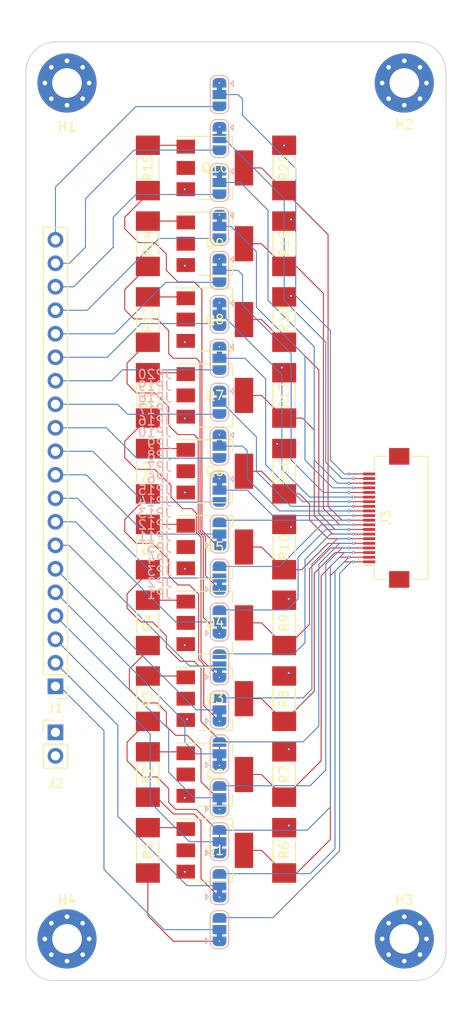
<source format=kicad_pcb>
(kicad_pcb (version 20211014) (generator pcbnew)

  (general
    (thickness 4.69)
  )

  (paper "A4")
  (layers
    (0 "F.Cu" signal)
    (1 "In1.Cu" signal)
    (2 "In2.Cu" signal)
    (31 "B.Cu" signal)
    (32 "B.Adhes" user "B.Adhesive")
    (33 "F.Adhes" user "F.Adhesive")
    (34 "B.Paste" user)
    (35 "F.Paste" user)
    (36 "B.SilkS" user "B.Silkscreen")
    (37 "F.SilkS" user "F.Silkscreen")
    (38 "B.Mask" user)
    (39 "F.Mask" user)
    (40 "Dwgs.User" user "User.Drawings")
    (41 "Cmts.User" user "User.Comments")
    (42 "Eco1.User" user "User.Eco1")
    (43 "Eco2.User" user "User.Eco2")
    (44 "Edge.Cuts" user)
    (45 "Margin" user)
    (46 "B.CrtYd" user "B.Courtyard")
    (47 "F.CrtYd" user "F.Courtyard")
    (48 "B.Fab" user)
    (49 "F.Fab" user)
    (50 "User.1" user)
    (51 "User.2" user)
    (52 "User.3" user)
    (53 "User.4" user)
    (54 "User.5" user)
    (55 "User.6" user)
    (56 "User.7" user)
    (57 "User.8" user)
    (58 "User.9" user)
  )

  (setup
    (stackup
      (layer "F.SilkS" (type "Top Silk Screen"))
      (layer "F.Paste" (type "Top Solder Paste"))
      (layer "F.Mask" (type "Top Solder Mask") (thickness 0.01))
      (layer "F.Cu" (type "copper") (thickness 0.035))
      (layer "dielectric 1" (type "core") (thickness 1.51) (material "FR4") (epsilon_r 4.5) (loss_tangent 0.02))
      (layer "In1.Cu" (type "copper") (thickness 0.035))
      (layer "dielectric 2" (type "prepreg") (thickness 1.51) (material "FR4") (epsilon_r 4.5) (loss_tangent 0.02))
      (layer "In2.Cu" (type "copper") (thickness 0.035))
      (layer "dielectric 3" (type "core") (thickness 1.51) (material "FR4") (epsilon_r 4.5) (loss_tangent 0.02))
      (layer "B.Cu" (type "copper") (thickness 0.035))
      (layer "B.Mask" (type "Bottom Solder Mask") (thickness 0.01))
      (layer "B.Paste" (type "Bottom Solder Paste"))
      (layer "B.SilkS" (type "Bottom Silk Screen"))
      (copper_finish "None")
      (dielectric_constraints no)
    )
    (pad_to_mask_clearance 0)
    (pcbplotparams
      (layerselection 0x00010fc_ffffffff)
      (disableapertmacros false)
      (usegerberextensions false)
      (usegerberattributes true)
      (usegerberadvancedattributes true)
      (creategerberjobfile true)
      (svguseinch false)
      (svgprecision 6)
      (excludeedgelayer true)
      (plotframeref false)
      (viasonmask false)
      (mode 1)
      (useauxorigin false)
      (hpglpennumber 1)
      (hpglpenspeed 20)
      (hpglpendiameter 15.000000)
      (dxfpolygonmode true)
      (dxfimperialunits true)
      (dxfusepcbnewfont true)
      (psnegative false)
      (psa4output false)
      (plotreference true)
      (plotvalue true)
      (plotinvisibletext false)
      (sketchpadsonfab false)
      (subtractmaskfromsilk false)
      (outputformat 1)
      (mirror false)
      (drillshape 0)
      (scaleselection 1)
      (outputdirectory "fab/4layer_jlc/")
    )
  )

  (net 0 "")
  (net 1 "/g1")
  (net 2 "/g2")
  (net 3 "/g3")
  (net 4 "/g4")
  (net 5 "/g5")
  (net 6 "/g6")
  (net 7 "/g7")
  (net 8 "/g8")
  (net 9 "/g9")
  (net 10 "/g10")
  (net 11 "/g11")
  (net 12 "/g12")
  (net 13 "/g13")
  (net 14 "/g14")
  (net 15 "/g15")
  (net 16 "/g16")
  (net 17 "/g17")
  (net 18 "/g18")
  (net 19 "/g19")
  (net 20 "/g20")
  (net 21 "GND")
  (net 22 "VDD")
  (net 23 "/p1")
  (net 24 "/p2")
  (net 25 "/p3")
  (net 26 "/p4")
  (net 27 "/p5")
  (net 28 "/p6")
  (net 29 "/p7")
  (net 30 "/p8")
  (net 31 "/p9")
  (net 32 "/p10")
  (net 33 "unconnected-(J3-PadMP)")
  (net 34 "Net-(Q1-Pad1)")
  (net 35 "Net-(Q2-Pad1)")
  (net 36 "Net-(Q3-Pad1)")
  (net 37 "Net-(Q4-Pad1)")
  (net 38 "Net-(Q5-Pad1)")
  (net 39 "Net-(Q6-Pad1)")
  (net 40 "Net-(Q7-Pad1)")
  (net 41 "Net-(Q8-Pad1)")
  (net 42 "Net-(Q9-Pad1)")
  (net 43 "Net-(Q10-Pad1)")
  (net 44 "/n1")
  (net 45 "/n2")
  (net 46 "/n3")
  (net 47 "/n4")
  (net 48 "/n5")
  (net 49 "/n6")
  (net 50 "/n7")
  (net 51 "/n8")
  (net 52 "/n9")
  (net 53 "/n10")

  (footprint "Resistor_SMD:R_MELF_MMB-0207" (layer "F.Cu") (at 150 76.623194 90))

  (footprint "Resistor_SMD:R_MELF_MMB-0207" (layer "F.Cu") (at 150 68.42875 90))

  (footprint "Connector_PinHeader_2.54mm:PinHeader_1x02_P2.54mm_Vertical" (layer "F.Cu") (at 125.25 129.427381))

  (footprint "Resistor_SMD:R_MELF_MMB-0207" (layer "F.Cu") (at 135.25 101.206526 90))

  (footprint "Resistor_SMD:R_MELF_MMB-0207" (layer "F.Cu") (at 150 125.789858 90))

  (footprint "MountingHole:MountingHole_3.2mm_M3_Pad_Via" (layer "F.Cu") (at 126.5 59.25))

  (footprint "Package_TO_SOT_SMD:SOT-223-3_TabPin2" (layer "F.Cu") (at 142.5 68.42875))

  (footprint "Package_TO_SOT_SMD:SOT-223-3_TabPin2" (layer "F.Cu") (at 142.5 76.623194))

  (footprint "Resistor_SMD:R_MELF_MMB-0207" (layer "F.Cu") (at 135.25 125.789858 90))

  (footprint "MountingHole:MountingHole_3.2mm_M3_Pad_Via" (layer "F.Cu") (at 163 151.75))

  (footprint "Resistor_SMD:R_MELF_MMB-0207" (layer "F.Cu") (at 150 142.17875 90))

  (footprint "Resistor_SMD:R_MELF_MMB-0207" (layer "F.Cu") (at 135.25 117.595414 90))

  (footprint "Resistor_SMD:R_MELF_MMB-0207" (layer "F.Cu") (at 150 93.012082 90))

  (footprint "Package_TO_SOT_SMD:SOT-223-3_TabPin2" (layer "F.Cu") (at 142.5 125.789858))

  (footprint "Package_TO_SOT_SMD:SOT-223-3_TabPin2" (layer "F.Cu") (at 142.5 142.17875))

  (footprint "Package_TO_SOT_SMD:SOT-223-3_TabPin2" (layer "F.Cu") (at 142.5 101.206526))

  (footprint "Package_TO_SOT_SMD:SOT-223-3_TabPin2" (layer "F.Cu") (at 142.5 93.012082))

  (footprint "Resistor_SMD:R_MELF_MMB-0207" (layer "F.Cu") (at 135.25 109.40097 90))

  (footprint "Resistor_SMD:R_MELF_MMB-0207" (layer "F.Cu") (at 150 117.595414 90))

  (footprint "Resistor_SMD:R_MELF_MMB-0207" (layer "F.Cu") (at 150 133.984302 90))

  (footprint "Resistor_SMD:R_MELF_MMB-0207" (layer "F.Cu") (at 135.25 133.984302 90))

  (footprint "Connector_FFC-FPC:Hirose_FH12-20S-0.5SH_1x20-1MP_P0.50mm_Horizontal" (layer "F.Cu") (at 161.05 106.25 90))

  (footprint "Resistor_SMD:R_MELF_MMB-0207" (layer "F.Cu") (at 150 84.817638 90))

  (footprint "Resistor_SMD:R_MELF_MMB-0207" (layer "F.Cu") (at 135.25 76.623194 90))

  (footprint "Resistor_SMD:R_MELF_MMB-0207" (layer "F.Cu") (at 135.25 84.817638 90))

  (footprint "Resistor_SMD:R_MELF_MMB-0207" (layer "F.Cu") (at 150 109.40097 90))

  (footprint "Package_TO_SOT_SMD:SOT-223-3_TabPin2" (layer "F.Cu") (at 142.5 133.984302))

  (footprint "Package_TO_SOT_SMD:SOT-223-3_TabPin2" (layer "F.Cu") (at 142.5 84.817638))

  (footprint "MountingHole:MountingHole_3.2mm_M3_Pad_Via" (layer "F.Cu") (at 163 59.25))

  (footprint "Resistor_SMD:R_MELF_MMB-0207" (layer "F.Cu") (at 150 101.206526 90))

  (footprint "Resistor_SMD:R_MELF_MMB-0207" (layer "F.Cu") (at 135.25 68.42875 90))

  (footprint "MountingHole:MountingHole_3.2mm_M3_Pad_Via" (layer "F.Cu") (at 126.5 151.75))

  (footprint "Resistor_SMD:R_MELF_MMB-0207" (layer "F.Cu") (at 135.25 93.012082 90))

  (footprint "Resistor_SMD:R_MELF_MMB-0207" (layer "F.Cu") (at 135.25 142.17875 90))

  (footprint "Connector_PinHeader_2.54mm:PinHeader_1x20_P2.54mm_Vertical" (layer "F.Cu") (at 125.25 124.452381 180))

  (footprint "Package_TO_SOT_SMD:SOT-223-3_TabPin2" (layer "F.Cu") (at 142.5 109.40097))

  (footprint "Package_TO_SOT_SMD:SOT-223-3_TabPin2" (layer "F.Cu") (at 142.5 117.595414))

  (footprint "Jumper:SolderJumper-3_P1.3mm_Bridged12_RoundedPad1.0x1.5mm" (layer "B.Cu") (at 143 89 -90))

  (footprint "Jumper:SolderJumper-3_P1.3mm_Bridged12_RoundedPad1.0x1.5mm" (layer "B.Cu") (at 143 141.25 90))

  (footprint "Jumper:SolderJumper-3_P1.3mm_Bridged12_RoundedPad1.0x1.5mm" (layer "B.Cu") (at 143 112.75 90))

  (footprint "Jumper:SolderJumper-3_P1.3mm_Bridged12_RoundedPad1.0x1.5mm" (layer "B.Cu") (at 143 84.25 -90))

  (footprint "Jumper:SolderJumper-3_P1.3mm_Bridged12_RoundedPad1.0x1.5mm" (layer "B.Cu") (at 143 117.5 90))

  (footprint "Jumper:SolderJumper-3_P1.3mm_Bridged12_RoundedPad1.0x1.5mm" (layer "B.Cu") (at 143 65.25 -90))

  (footprint "Jumper:SolderJumper-3_P1.3mm_Bridged12_RoundedPad1.0x1.5mm" (layer "B.Cu") (at 143 103.25 -90))

  (footprint "Jumper:SolderJumper-3_P1.3mm_Bridged12_RoundedPad1.0x1.5mm" (layer "B.Cu") (at 143 122.25 90))

  (footprint "Jumper:SolderJumper-3_P1.3mm_Bridged12_RoundedPad1.0x1.5mm" (layer "B.Cu") (at 143 79.5 -90))

  (footprint "Jumper:SolderJumper-3_P1.3mm_Bridged12_RoundedPad1.0x1.5mm" (layer "B.Cu") (at 143 74.75 -90))

  (footprint "Jumper:SolderJumper-3_P1.3mm_Bridged12_RoundedPad1.0x1.5mm" (layer "B.Cu") (at 143 150.75 90))

  (footprint "Jumper:SolderJumper-3_P1.3mm_Bridged12_RoundedPad1.0x1.5mm" (layer "B.Cu") (at 143 136.5 90))

  (footprint "Jumper:SolderJumper-3_P1.3mm_Bridged12_RoundedPad1.0x1.5mm" (layer "B.Cu") (at 143 127 90))

  (footprint "Jumper:SolderJumper-3_P1.3mm_Bridged12_RoundedPad1.0x1.5mm" (layer "B.Cu") (at 143 60.5 -90))

  (footprint "Jumper:SolderJumper-3_P1.3mm_Bridged12_RoundedPad1.0x1.5mm" (layer "B.Cu") (at 143 131.75 90))

  (footprint "Jumper:SolderJumper-3_P1.3mm_Bridged12_RoundedPad1.0x1.5mm" (layer "B.Cu") (at 143 70 -90))

  (footprint "Jumper:SolderJumper-3_P1.3mm_Bridged12_RoundedPad1.0x1.5mm" (layer "B.Cu")
    (tedit 5C745321) (tstamp c66dca66-015c-4942-9966-8aa3bfae8d4a)
    (at 143 98.5 -90)
    (descr "SMD Solder 3-pad Jumper, 1x1.5mm rounded Pads, 0.3mm gap, pads 1-2 bridged with 1 copper strip")
    (tags "net tie solder jumper bridged")
    (property "Sheetfile" "Fichier: electrode_switching.kicad_sch")
    (property "Sheetname" "")
    (path "/6ea86428-cd29-4ea4-b808-1ce632a4c709")
    (attr exclude_from_pos_files)
    (fp_text reference "JP7" (at 2.25 6.5 -180) (layer "B.SilkS")
      (effects (font (size 1 1) (thickness 0.15)) (justify mirror))
      (tstamp ecae0425-84ed-4066-a8bf-3de8421e349e)
    )
    (fp_text value "SolderJumper_3_Bridged12" (at 0 -1.9 -270) (layer "B.Fab")
      (effects (font (size 1 1) (thickness 0.15)) (justify mirror))
      (tstamp 1a3c10ba-91e5-416d-b4d8-147d9bb5ee7e)
    )
    (fp_poly (pts
        (xy -0.9 0.3)
        (xy -0.4 0.3)
        (xy -0.4 -0.3)
        (xy -0.9 -0.3)
      ) (layer "B.Cu") (width 0) (fill solid) (tstamp b17fbc89-3e8c-46f4-a5eb-202704f55938))
    (fp_line (start -2.05 -0.3) (end -2.05 0.3) (layer "B.SilkS") (width 0.12) (tstamp 22fca23a-16a3-4e39-abcb-294281b2b002))
    (fp_line (start 2.05 0.3) (end 2.05 -0.3) (layer "B.SilkS") (width 0.12) (tstamp 4156303d-ece7-4443-9945-f1bcd6846b2e))
    (fp_line (start -1.2 -1.2) (end -1.5 -1.5) (layer "B.SilkS") (width 0.12) (tstamp 663684b2-3e93-4afd-b900-0c9668bd2657))
    (fp_line (start -1.5 -1.5) (end -0.9 -1.5) (layer "B.SilkS") (width 0.12) (tstamp 85a9b16d-abb6-48b6-b985-8e87d2ba9a27))
    (fp_line (start -1.2 -1.2) (end -0.9 -1.5) (layer "B.SilkS") (width 0.12) (tstamp 93128331-8978-43b4-8b6b-6ddd762ce99b))
    (fp_line (start -1.4 1) (end 1.4 1) (layer "B.SilkS") (width 0.12) (tstamp bdd7fb75-aab1-4f0e-ad82-d71a6108c760))
    (fp_line (start 1.4 -1) (end -1.4 -1) (layer "B.SilkS") (width 0.12) (tstamp fa2fe12d-f1f0-44d5-9fff-2b550746db03))
    (fp_arc (start 2.05 0.3) (mid 1.844975 0.794975) (end 1.35 1) (layer "B.SilkS") (width 0.12) (tstamp 5155aefc-caee-433d-80f4-c60cd62b866f))
    (fp_arc (start 1.35 -1) (mid 1.844975 -0.794975) (end 2.05 -0.3) (layer "B.SilkS") (width 0.12) (tstamp 5ddb16bd-ab68-46c4-9c9b-2a3c75f05e5a))
    (fp_arc (start -1.35 1) (mid -1.844975 0.794975) (end -2.05 0.3) (layer "B.SilkS") (width 0.12) (tstamp 8138dce3-6b73-4f49-af4e-dbc0a091afcf))
    (fp_arc (start -2.05 -0.3) (mid -1.844975 -0.794975) (end -1.35 -1) (layer "B.SilkS") (width 0.12) (tstamp e9264cfe-9d55-4ebb-aa5c-5cf2dd5ee8fc))
    (fp_line (start 2.3 -1.25) (en
... [367219 chars truncated]
</source>
